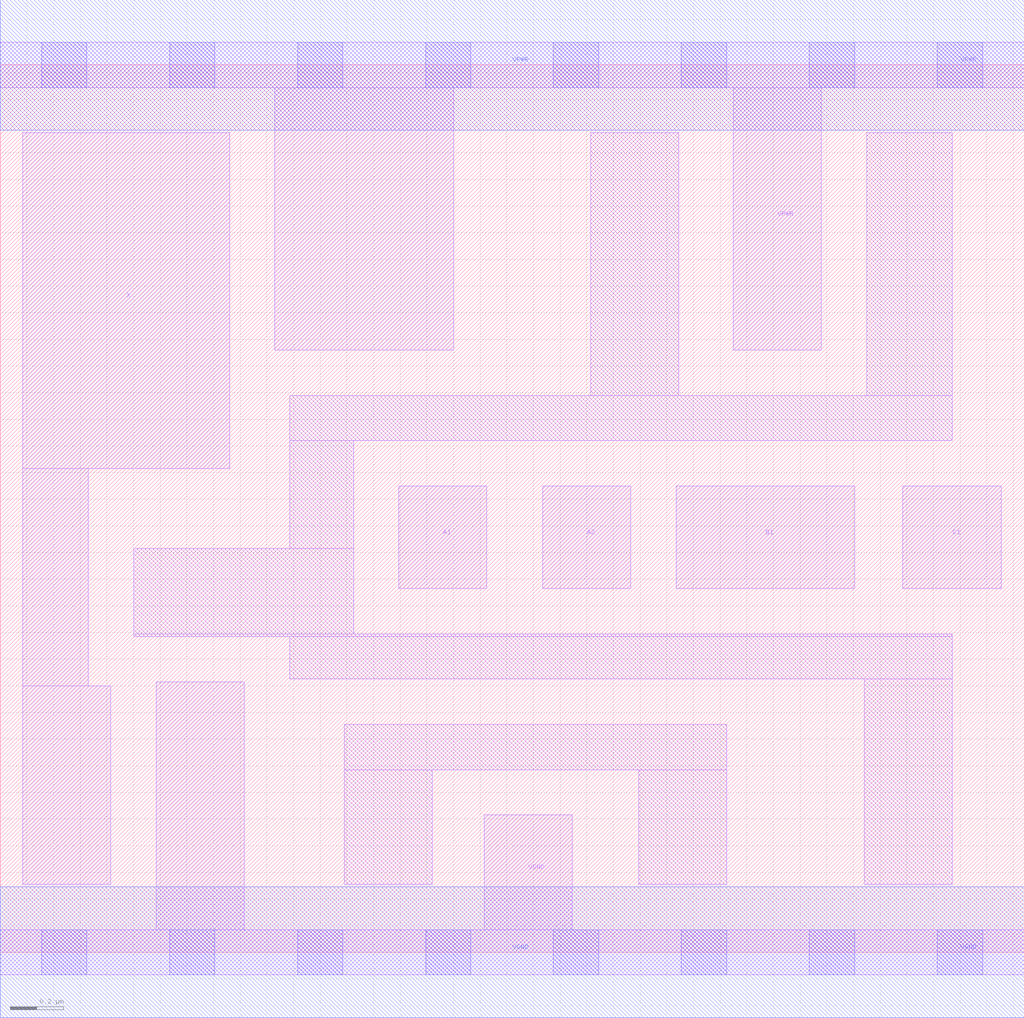
<source format=lef>
# Copyright 2020 The SkyWater PDK Authors
#
# Licensed under the Apache License, Version 2.0 (the "License");
# you may not use this file except in compliance with the License.
# You may obtain a copy of the License at
#
#     https://www.apache.org/licenses/LICENSE-2.0
#
# Unless required by applicable law or agreed to in writing, software
# distributed under the License is distributed on an "AS IS" BASIS,
# WITHOUT WARRANTIES OR CONDITIONS OF ANY KIND, either express or implied.
# See the License for the specific language governing permissions and
# limitations under the License.
#
# SPDX-License-Identifier: Apache-2.0

VERSION 5.7 ;
  NAMESCASESENSITIVE ON ;
  NOWIREEXTENSIONATPIN ON ;
  DIVIDERCHAR "/" ;
  BUSBITCHARS "[]" ;
UNITS
  DATABASE MICRONS 200 ;
END UNITS
MACRO sky130_fd_sc_lp__o211a_1
  CLASS CORE ;
  SOURCE USER ;
  FOREIGN sky130_fd_sc_lp__o211a_1 ;
  ORIGIN  0.000000  0.000000 ;
  SIZE  3.840000 BY  3.330000 ;
  SYMMETRY X Y R90 ;
  SITE unit ;
  PIN A1
    ANTENNAGATEAREA  0.315000 ;
    DIRECTION INPUT ;
    USE SIGNAL ;
    PORT
      LAYER li1 ;
        RECT 1.495000 1.365000 1.825000 1.750000 ;
    END
  END A1
  PIN A2
    ANTENNAGATEAREA  0.315000 ;
    DIRECTION INPUT ;
    USE SIGNAL ;
    PORT
      LAYER li1 ;
        RECT 2.035000 1.365000 2.365000 1.750000 ;
    END
  END A2
  PIN B1
    ANTENNAGATEAREA  0.315000 ;
    DIRECTION INPUT ;
    USE SIGNAL ;
    PORT
      LAYER li1 ;
        RECT 2.535000 1.365000 3.205000 1.750000 ;
    END
  END B1
  PIN C1
    ANTENNAGATEAREA  0.315000 ;
    DIRECTION INPUT ;
    USE SIGNAL ;
    PORT
      LAYER li1 ;
        RECT 3.385000 1.365000 3.755000 1.750000 ;
    END
  END C1
  PIN X
    ANTENNADIFFAREA  0.556500 ;
    DIRECTION OUTPUT ;
    USE SIGNAL ;
    PORT
      LAYER li1 ;
        RECT 0.085000 0.255000 0.415000 1.000000 ;
        RECT 0.085000 1.000000 0.330000 1.815000 ;
        RECT 0.085000 1.815000 0.860000 3.075000 ;
    END
  END X
  PIN VGND
    DIRECTION INOUT ;
    USE GROUND ;
    PORT
      LAYER li1 ;
        RECT 0.000000 -0.085000 3.840000 0.085000 ;
        RECT 0.585000  0.085000 0.915000 1.015000 ;
        RECT 1.815000  0.085000 2.145000 0.515000 ;
      LAYER mcon ;
        RECT 0.155000 -0.085000 0.325000 0.085000 ;
        RECT 0.635000 -0.085000 0.805000 0.085000 ;
        RECT 1.115000 -0.085000 1.285000 0.085000 ;
        RECT 1.595000 -0.085000 1.765000 0.085000 ;
        RECT 2.075000 -0.085000 2.245000 0.085000 ;
        RECT 2.555000 -0.085000 2.725000 0.085000 ;
        RECT 3.035000 -0.085000 3.205000 0.085000 ;
        RECT 3.515000 -0.085000 3.685000 0.085000 ;
      LAYER met1 ;
        RECT 0.000000 -0.245000 3.840000 0.245000 ;
    END
  END VGND
  PIN VPWR
    DIRECTION INOUT ;
    USE POWER ;
    PORT
      LAYER li1 ;
        RECT 0.000000 3.245000 3.840000 3.415000 ;
        RECT 1.030000 2.260000 1.700000 3.245000 ;
        RECT 2.750000 2.260000 3.080000 3.245000 ;
      LAYER mcon ;
        RECT 0.155000 3.245000 0.325000 3.415000 ;
        RECT 0.635000 3.245000 0.805000 3.415000 ;
        RECT 1.115000 3.245000 1.285000 3.415000 ;
        RECT 1.595000 3.245000 1.765000 3.415000 ;
        RECT 2.075000 3.245000 2.245000 3.415000 ;
        RECT 2.555000 3.245000 2.725000 3.415000 ;
        RECT 3.035000 3.245000 3.205000 3.415000 ;
        RECT 3.515000 3.245000 3.685000 3.415000 ;
      LAYER met1 ;
        RECT 0.000000 3.085000 3.840000 3.575000 ;
    END
  END VPWR
  OBS
    LAYER li1 ;
      RECT 0.500000 1.185000 3.570000 1.195000 ;
      RECT 0.500000 1.195000 1.325000 1.515000 ;
      RECT 1.085000 1.025000 3.570000 1.185000 ;
      RECT 1.085000 1.515000 1.325000 1.920000 ;
      RECT 1.085000 1.920000 3.570000 2.090000 ;
      RECT 1.290000 0.255000 1.620000 0.685000 ;
      RECT 1.290000 0.685000 2.725000 0.855000 ;
      RECT 2.215000 2.090000 2.545000 3.075000 ;
      RECT 2.395000 0.255000 2.725000 0.685000 ;
      RECT 3.240000 0.255000 3.570000 1.025000 ;
      RECT 3.250000 2.090000 3.570000 3.075000 ;
  END
END sky130_fd_sc_lp__o211a_1

</source>
